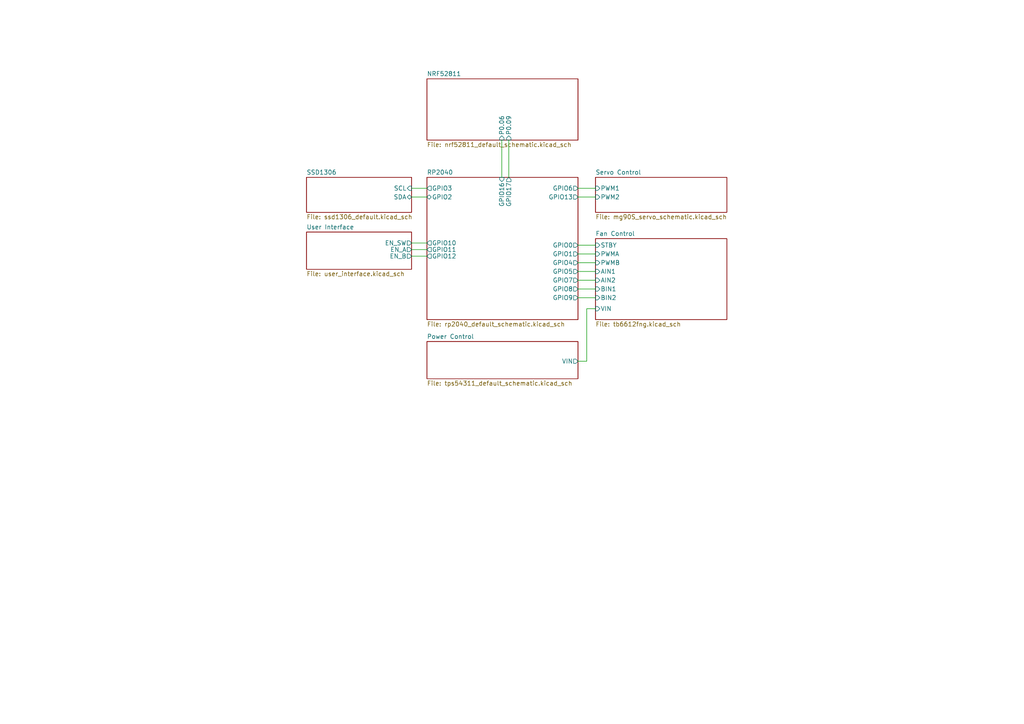
<source format=kicad_sch>
(kicad_sch (version 20230121) (generator eeschema)
  (paper "A4")
  (title_block (title "Desk Smart Fan Control") (date "2023-07-07") (rev "V1.0") (company "None") (comment 1 "Author : Turgay Hopal"))
  (lib_symbols)
  (wire (pts (xy 167.64 86.36) (xy 172.72 86.36)))
  (wire (pts (xy 119.38 74.295) (xy 123.825 74.295)))
  (wire (pts (xy 167.64 104.775) (xy 170.18 104.775)))
  (wire (pts (xy 119.38 72.39) (xy 123.825 72.39)))
  (wire (pts (xy 145.542 40.64) (xy 145.542 51.435)))
  (wire (pts (xy 167.64 57.15) (xy 172.72 57.15)))
  (wire (pts (xy 167.64 81.28) (xy 172.72 81.28)))
  (wire (pts (xy 170.18 104.775) (xy 170.18 89.535)))
  (wire (pts (xy 167.64 54.61) (xy 172.72 54.61)))
  (wire (pts (xy 167.64 71.12) (xy 172.72 71.12)))
  (wire (pts (xy 167.64 73.66) (xy 172.72 73.66)))
  (wire (pts (xy 119.38 57.15) (xy 123.825 57.15)))
  (wire (pts (xy 119.38 54.61) (xy 123.825 54.61)))
  (wire (pts (xy 147.574 40.64) (xy 147.574 51.435)))
  (wire (pts (xy 119.38 70.485) (xy 123.825 70.485)))
  (wire (pts (xy 167.64 78.74) (xy 172.72 78.74)))
  (wire (pts (xy 170.18 89.535) (xy 172.72 89.535)))
  (wire (pts (xy 167.64 76.2) (xy 172.72 76.2)))
  (wire (pts (xy 167.64 83.82) (xy 172.72 83.82)))
  (sheet (at 123.825 51.435) (size 43.815 41.275) (stroke (width 0.1524))
    (property "Sheetname" "RP2040" (at 123.825 50.7234 0) (effects (justify left bottom)))
    (property "Sheetfile" "rp2040_default_schematic.kicad_sch" (at 123.825 93.2946 0) (effects (justify left top)))
    (pin "GPIO3" output (at 123.825 54.61 180))
    (pin "GPIO2" bidirectional (at 123.825 57.15 180))
    (pin "GPIO6" output (at 167.64 54.61 0))
    (pin "GPIO4" output (at 167.64 76.2 0))
    (pin "GPIO5" output (at 167.64 78.74 0))
    (pin "GPIO7" output (at 167.64 81.28 0))
    (pin "GPIO0" output (at 167.64 71.12 0))
    (pin "GPIO1" output (at 167.64 73.66 0))
    (pin "GPIO8" output (at 167.64 83.82 0))
    (pin "GPIO9" output (at 167.64 86.36 0))
    (pin "GPIO10" output (at 123.825 70.485 180))
    (pin "GPIO11" output (at 123.825 72.39 180))
    (pin "GPIO12" output (at 123.825 74.295 180))
    (pin "GPIO13" output (at 167.64 57.15 0))
    (pin "GPIO16" input (at 145.542 51.435 90))
    (pin "GPIO17" output (at 147.574 51.435 90))
  )
  (sheet (at 123.825 22.86) (size 43.815 17.78) (stroke (width 0.1524))
    (property "Sheetname" "NRF52811" (at 123.825 22.1484 0) (effects (justify left bottom)))
    (property "Sheetfile" "nrf52811_default_schematic.kicad_sch" (at 123.825 41.2246 0) (effects (justify left top)))
    (pin "P0.06" input (at 145.542 40.64 270))
    (pin "P0.09" input (at 147.574 40.64 270))
  )
  (sheet (at 172.72 69.215) (size 38.1 23.495) (stroke (width 0.1524))
    (property "Sheetname" "Fan Control" (at 172.72 68.5034 0) (effects (justify left bottom)))
    (property "Sheetfile" "tb6612fng.kicad_sch" (at 172.72 93.2946 0) (effects (justify left top)))
    (pin "VIN" input (at 172.72 89.535 180))
    (pin "BIN1" input (at 172.72 83.82 180))
    (pin "STBY" input (at 172.72 71.12 180))
    (pin "PWMA" input (at 172.72 73.66 180))
    (pin "PWMB" input (at 172.72 76.2 180))
    (pin "AIN1" input (at 172.72 78.74 180))
    (pin "AIN2" input (at 172.72 81.28 180))
    (pin "BIN2" input (at 172.72 86.36 180))
  )
  (sheet (at 88.9 51.435) (size 30.48 10.16) (stroke (width 0.1524))
    (property "Sheetname" "SSD1306" (at 88.9 50.7234 0) (effects (justify left bottom)))
    (property "Sheetfile" "ssd1306_default.kicad_sch" (at 88.9 62.1796 0) (effects (justify left top)))
    (pin "SCL" input (at 119.38 54.61 0))
    (pin "SDA" bidirectional (at 119.38 57.15 0))
  )
  (sheet (at 123.825 99.06) (size 43.815 10.795) (stroke (width 0.1524))
    (property "Sheetname" "Power Control" (at 123.825 98.3484 0) (effects (justify left bottom)))
    (property "Sheetfile" "tps54311_default_schematic.kicad_sch" (at 123.825 110.4396 0) (effects (justify left top)))
    (pin "VIN" output (at 167.64 104.775 0))
  )
  (sheet (at 88.9 67.31) (size 30.48 10.795) (stroke (width 0.1524))
    (property "Sheetname" "User Interface" (at 88.9 66.5984 0) (effects (justify left bottom)))
    (property "Sheetfile" "user_interface.kicad_sch" (at 88.9 78.6896 0) (effects (justify left top)))
    (pin "EN_SW" output (at 119.38 70.485 0))
    (pin "EN_B" output (at 119.38 74.295 0))
    (pin "EN_A" output (at 119.38 72.39 0))
  )
  (sheet (at 172.72 51.435) (size 38.1 10.16) (stroke (width 0.1524))
    (property "Sheetname" "Servo Control" (at 172.72 50.7234 0) (effects (justify left bottom)))
    (property "Sheetfile" "mg90S_servo_schematic.kicad_sch" (at 172.72 62.1796 0) (effects (justify left top)))
    (pin "PWM1" input (at 172.72 54.61 180))
    (pin "PWM2" input (at 172.72 57.15 180))
  )
)
</source>
